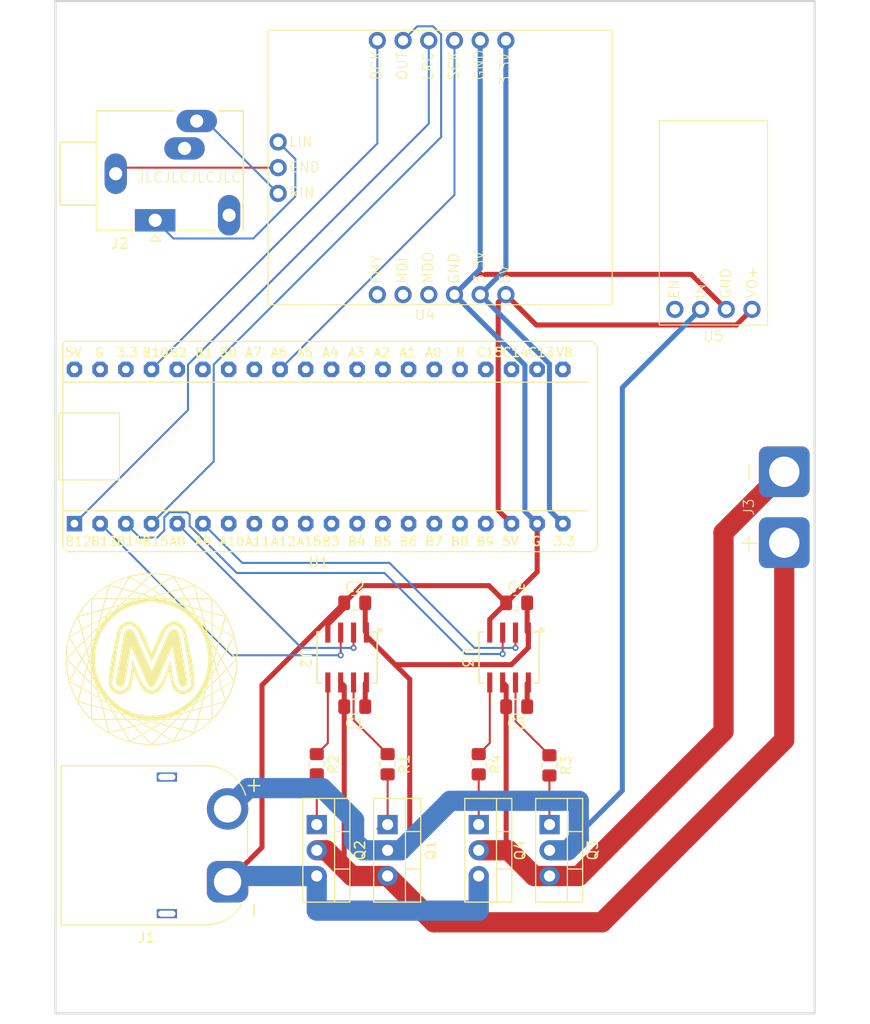
<source format=kicad_pcb>
(kicad_pcb (version 20240108) (generator "pcbnew") (generator_version "8.0")
  (layers (0 "F.Cu" signal) (31 "B.Cu" signal) (34 "B.Paste" user) (35 "F.Paste" user) (36 "B.SilkS" user "B.Silkscreen") (37 "F.SilkS" user "F.Silkscreen") (38 "B.Mask" user) (39 "F.Mask" user) (44 "Edge.Cuts" user))
  (net 0 "")
  (net 1 "/transducers_neg")
  (net 2 "Net-(U2-VB)")
  (net 3 "GND")
  (net 4 "+BATT")
  (net 5 "Net-(U3-VB)")
  (net 6 "Net-(U4-RIN)")
  (net 7 "Net-(U4-LIN)")
  (net 8 "Net-(Q1-G)")
  (net 9 "Net-(Q2-G)")
  (net 10 "/transducers_pos")
  (net 11 "Net-(Q3-G)")
  (net 12 "Net-(Q4-G)")
  (net 13 "Net-(U2-HO)")
  (net 14 "Net-(U2-LO)")
  (net 15 "Net-(U3-HO)")
  (net 16 "Net-(U3-LO)")
  (net 18 "/PB13")
  (net 27 "/PB14")
  (net 34 "/PB12")
  (net 42 "/PA8")
  (net 43 "/PB15")
  (net 46 "/PB10")
  (net 47 "+5V")
  (net 49 "/PA9")
  (net 53 "+3.3V")
  (net 55 "/PA6")
  (net 61 "Net-(J2-PadS)")
  (footprint "Capacitor_SMD:C_0805_2012Metric_Pad1.18x1.45mm_HandSolder" (layer "F.Cu") (at 95.5625 149.7 180)
    (property "Reference" "C3" (at 0 -1.68 180) (layer "F.SilkS"))
    (property "Value" "0.22uF")
    (pad "1" smd roundrect (at -1.0375 0 180) (size 1.175 1.45) (layers "F.Cu" "F.Paste" "F.Mask") (roundrect_rratio 0.212766) (net 5 "Net-(U3-VB)"))
    (pad "2" smd roundrect (at 1.0375 0 180) (size 1.175 1.45) (layers "F.Cu" "F.Paste" "F.Mask") (roundrect_rratio 0.212766) (net 10 "/transducers_pos"))
  )
  (footprint "Package_TO_SOT_THT:TO-220-3_Vertical" (layer "F.Cu") (at 82.8125 161.3475 -90)
    (property "Reference" "Q1" (at 2.54 -4.27 90) (layer "F.SilkS"))
    (property "Value" "Q_NMOS_GDS")
    (pad "1" thru_hole rect (at 0 0 270) (size 1.905 2) (drill 1.1) (layers "*.Cu" "*.Mask") (net 8 "Net-(Q1-G)"))
    (pad "2" thru_hole oval (at 2.54 0 270) (size 1.905 2) (drill 1.1) (layers "*.Cu" "*.Mask") (net 4 "+BATT"))
    (pad "3" thru_hole oval (at 5.08 0 270) (size 1.905 2) (drill 1.1) (layers "*.Cu" "*.Mask") (net 1 "/transducers_neg"))
  )
  (footprint "MountingHole:MountingHole_3.2mm_M3" (layer "F.Cu") (at 121 176)
    (property "Reference" "REF**" (hide yes))
    (property "Value" "MountingHole_3.2mm_M3")
    (pad "" np_thru_hole circle (at 0 0) (size 3.2 3.2) (drill 3.2) (layers "*.Cu" "*.Mask"))
  )
  (footprint "Resistor_SMD:R_0805_2012Metric_Pad1.20x1.40mm_HandSolder" (layer "F.Cu") (at 98.8 155.5 -90)
    (property "Reference" "R3" (at 0 -1.65 90) (layer "F.SilkS"))
    (property "Value" "1k")
    (pad "1" smd roundrect (at -1 0 270) (size 1.2 1.4) (layers "F.Cu" "F.Paste" "F.Mask") (roundrect_rratio 0.208333) (net 15 "Net-(U3-HO)"))
    (pad "2" smd roundrect (at 1 0 270) (size 1.2 1.4) (layers "F.Cu" "F.Paste" "F.Mask") (roundrect_rratio 0.208333) (net 11 "Net-(Q3-G)"))
  )
  (footprint "MountingHole:MountingHole_3.2mm_M3" (layer "F.Cu") (at 121 84)
    (property "Reference" "REF**" (hide yes))
    (property "Value" "MountingHole_3.2mm_M3")
    (pad "" np_thru_hole circle (at 0 0) (size 3.2 3.2) (drill 3.2) (layers "*.Cu" "*.Mask"))
  )
  (footprint "Package_TO_SOT_THT:TO-220-3_Vertical" (layer "F.Cu") (at 75.8125 161.3475 -90)
    (property "Reference" "Q2" (at 2.54 -4.27 90) (layer "F.SilkS"))
    (property "Value" "Q_NMOS_GDS")
    (pad "1" thru_hole rect (at 0 0 270) (size 1.905 2) (drill 1.1) (layers "*.Cu" "*.Mask") (net 9 "Net-(Q2-G)"))
    (pad "2" thru_hole oval (at 2.54 0 270) (size 1.905 2) (drill 1.1) (layers "*.Cu" "*.Mask") (net 1 "/transducers_neg"))
    (pad "3" thru_hole oval (at 5.08 0 270) (size 1.905 2) (drill 1.1) (layers "*.Cu" "*.Mask") (net 3 "GND"))
  )
  (footprint "Library:PG-DSO-8-70" (layer "F.Cu") (at 94.8125 144.8475 -90)
    (property "Reference" "U3" (at 0 4.1 -90) (layer "F.SilkS"))
    (property "Value" "2ED2103S06FXUMA1")
    (fp_text user "*" (at -2.7178 -3.556 90) (layer "F.SilkS"))
    (pad "1" smd rect (at -2.4638 -1.905 270) (size 1.9812 0.508) (layers "F.Cu" "F.Paste" "F.Mask") (net 4 "+BATT"))
    (pad "2" smd rect (at -2.4638 -0.635 270) (size 1.9812 0.508) (layers "F.Cu" "F.Paste" "F.Mask") (net 49 "/PA9"))
    (pad "3" smd rect (at -2.4638 0.635 270) (size 1.9812 0.508) (layers "F.Cu" "F.Paste" "F.Mask") (net 27 "/PB14"))
    (pad "4" smd rect (at -2.4638 1.905 270) (size 1.9812 0.508) (layers "F.Cu" "F.Paste" "F.Mask") (net 3 "GND"))
    (pad "5" smd rect (at 2.4638 1.905 270) (size 1.9812 0.508) (layers "F.Cu" "F.Paste" "F.Mask") (net 16 "Net-(U3-LO)"))
    (pad "6" smd rect (at 2.4638 0.635 270) (size 1.9812 0.508) (layers "F.Cu" "F.Paste" "F.Mask") (net 10 "/transducers_pos"))
    (pad "7" smd rect (at 2.4638 -0.635 270) (size 1.9812 0.508) (layers "F.Cu" "F.Paste" "F.Mask") (net 15 "Net-(U3-HO)"))
    (pad "8" smd rect (at 2.4638 -1.905 270) (size 1.9812 0.508) (layers "F.Cu" "F.Paste" "F.Mask") (net 5 "Net-(U3-VB)"))
  )
  (footprint "Package_TO_SOT_THT:TO-220-3_Vertical" (layer "F.Cu") (at 91.8125 161.3475 -90)
    (property "Reference" "Q4" (at 2.54 -4.0875 90) (layer "F.SilkS"))
    (property "Value" "Q_NMOS_GDS")
    (pad "1" thru_hole rect (at 0 0 270) (size 1.905 2) (drill 1.1) (layers "*.Cu" "*.Mask") (net 12 "Net-(Q4-G)"))
    (pad "2" thru_hole oval (at 2.54 0 270) (size 1.905 2) (drill 1.1) (layers "*.Cu" "*.Mask") (net 10 "/transducers_pos"))
    (pad "3" thru_hole oval (at 5.08 0 270) (size 1.905 2) (drill 1.1) (layers "*.Cu" "*.Mask") (net 3 "GND"))
  )
  (footprint "Library:DC-DC Buck" (layer "F.Cu") (at 115 112)
    (property "Reference" "U5" (at 0 1.1 0) (layer "F.SilkS") (effects (font (thickness 0.1))))
    (property "Value" "DC-DC Buck")
    (fp_text user "IN+" (at -0.7 -2.5 90) (layer "F.SilkS") (effects (font (thickness 0.1)) (justify left bottom)))
    (fp_text user "EN" (at -3.3 -2.5 90) (layer "F.SilkS") (effects (font (thickness 0.1)) (justify left bottom)))
    (fp_text user "GND" (at 1.8 -2.5 90) (layer "F.SilkS") (effects (font (thickness 0.1)) (justify left bottom)))
    (fp_text user "VO+" (at 4.4 -2.6 90) (layer "F.SilkS") (effects (font (thickness 0.1)) (justify left bottom)))
    (pad "1" thru_hole circle (at -3.81 -1.54) (size 1.7 1.7) (drill 1) (layers "*.Cu" "*.Mask"))
    (pad "2" thru_hole circle (at -1.27 -1.54) (size 1.7 1.7) (drill 1) (layers "*.Cu" "*.Mask") (net 4 "+BATT"))
    (pad "3" thru_hole circle (at 1.27 -1.54) (size 1.7 1.7) (drill 1) (layers "*.Cu" "*.Mask") (net 3 "GND"))
    (pad "4" thru_hole circle (at 3.81 -1.54) (size 1.7 1.7) (drill 1) (layers "*.Cu" "*.Mask") (net 47 "+5V"))
  )
  (footprint "Capacitor_SMD:C_0805_2012Metric_Pad1.18x1.45mm_HandSolder" (layer "F.Cu") (at 79.5625 149.7 180)
    (property "Reference" "C1" (at 0 -1.68 180) (layer "F.SilkS"))
    (property "Value" "0.22uF")
    (pad "1" smd roundrect (at -1.0375 0 180) (size 1.175 1.45) (layers "F.Cu" "F.Paste" "F.Mask") (roundrect_rratio 0.212766) (net 2 "Net-(U2-VB)"))
    (pad "2" smd roundrect (at 1.0375 0 180) (size 1.175 1.45) (layers "F.Cu" "F.Paste" "F.Mask") (roundrect_rratio 0.212766) (net 1 "/transducers_neg"))
  )
  (footprint "Library:PG-DSO-8-70" (layer "F.Cu") (at 78.8125 144.8475 -90)
    (property "Reference" "U2" (at 0 4.1 -90) (layer "F.SilkS"))
    (property "Value" "2ED2103S06FXUMA1")
    (fp_text user "*" (at -2.7178 -3.556 90) (layer "F.SilkS"))
    (pad "1" smd rect (at -2.4638 -1.905 270) (size 1.9812 0.508) (layers "F.Cu" "F.Paste" "F.Mask") (net 4 "+BATT"))
    (pad "2" smd rect (at -2.4638 -0.635 270) (size 1.9812 0.508) (layers "F.Cu" "F.Paste" "F.Mask") (net 42 "/PA8"))
    (pad "3" smd rect (at -2.4638 0.635 270) (size 1.9812 0.508) (layers "F.Cu" "F.Paste" "F.Mask") (net 18 "/PB13"))
    (pad "4" smd rect (at -2.4638 1.905 270) (size 1.9812 0.508) (layers "F.Cu" "F.Paste" "F.Mask") (net 3 "GND"))
    (pad "5" smd rect (at 2.4638 1.905 270) (size 1.9812 0.508) (layers "F.Cu" "F.Paste" "F.Mask") (net 14 "Net-(U2-LO)"))
    (pad "6" smd rect (at 2.4638 0.635 270) (size 1.9812 0.508) (layers "F.Cu" "F.Paste" "F.Mask") (net 1 "/transducers_neg"))
    (pad "7" smd rect (at 2.4638 -0.635 270) (size 1.9812 0.508) (layers "F.Cu" "F.Paste" "F.Mask") (net 13 "Net-(U2-HO)"))
    (pad "8" smd rect (at 2.4638 -1.905 270) (size 1.9812 0.508) (layers "F.Cu" "F.Paste" "F.Mask") (net 2 "Net-(U2-VB)"))
  )
  (footprint "Library:PCM1808_Module" (layer "F.Cu") (at 105 110 90)
    (property "Reference" "U4" (at -1 -18.5 0) (layer "F.SilkS") (effects (font (thickness 0.1))))
    (property "Value" "PCM1808_Module")
    (fp_text user "5V" (at 2 -10 90) (layer "F.SilkS") (effects (font (thickness 0.1)) (justify left bottom)))
    (fp_text user "MDO" (at 2 -17.62 90) (layer "F.SilkS") (effects (font (thickness 0.1)) (justify left bottom)))
    (fp_text user "GND" (at 13 -32 0) (layer "F.SilkS") (effects (font (thickness 0.1)) (justify left bottom)))
    (fp_text user "BCK" (at 22.1 -22.7 90) (layer "F.SilkS") (effects (font (thickness 0.1)) (justify left bottom)))
    (fp_text user "LRC" (at 22.1 -17.62 90) (layer "F.SilkS") (effects (font (thickness 0.1)) (justify left bottom)))
    (fp_text user "3.3V" (at 21.6 -10 90) (layer "F.SilkS") (effects (font (thickness 0.1)) (justify left bottom)))
    (fp_text user "GND" (at 22.1 -12.54 90) (layer "F.SilkS") (effects (font (thickness 0.1)) (justify left bottom)))
    (fp_text user "FMY" (at 2 -22.7 90) (layer "F.SilkS") (effects (font (thickness 0.1)) (justify left bottom)))
    (fp_text user "3.3V" (at 2 -12.54 90) (layer "F.SilkS") (effects (font (thickness 0.1)) (justify left bottom)))
    (fp_text user "GND" (at 2 -15.08 90) (layer "F.SilkS") (effects (font (thickness 0.1)) (justify left bottom)))
    (fp_text user "MDI" (at 2 -20.16 90) (layer "F.SilkS") (effects (font (thickness 0.1)) (justify left bottom)))
    (fp_text user "OUT" (at 22.1 -20.16 90) (layer "F.SilkS") (effects (font (thickness 0.1)) (justify left bottom)))
    (fp_text user "SCK" (at 22.1 -15.08 90) (layer "F.SilkS") (effects (font (thickness 0.1)) (justify left bottom)))
    (fp_text user "LIN" (at 15.5 -32 0) (layer "F.SilkS") (effects (font (thickness 0.1)) (justify left bottom)))
    (fp_text user "RIN" (at 10.5 -32 0) (layer "F.SilkS") (effects (font (thickness 0.1)) (justify left bottom)))
    (pad "1" thru_hole circle (at 1 -23.2 90) (size 1.7 1.7) (drill 1) (layers "*.Cu" "*.Mask"))
    (pad "2" thru_hole circle (at 1 -20.66 90) (size 1.7 1.7) (drill 1) (layers "*.Cu" "*.Mask"))
    (pad "3" thru_hole circle (at 1 -18.12 90) (size 1.7 1.7) (drill 1) (layers "*.Cu" "*.Mask"))
    (pad "4" thru_hole circle (at 1 -15.58 90) (size 1.7 1.7) (drill 1) (layers "*.Cu" "*.Mask") (net 3 "GND"))
    (pad "5" thru_hole circle (at 1 -13.04 90) (size 1.7 1.7) (drill 1) (layers "*.Cu" "*.Mask") (net 53 "+3.3V"))
    (pad "6" thru_hole circle (at 1 -10.5 90) (size 1.7 1.7) (drill 1) (layers "*.Cu" "*.Mask") (net 47 "+5V"))
    (pad "7" thru_hole circle (at 26.1 -23.2 90) (size 1.7 1.7) (drill 1) (layers "*.Cu" "*.Mask") (net 46 "/PB10"))
    (pad "8" thru_hole circle (at 26.1 -20.66 90) (size 1.7 1.7) (drill 1) (layers "*.Cu" "*.Mask") (net 43 "/PB15"))
    (pad "9" thru_hole circle (at 26.1 -18.12 90) (size 1.7 1.7) (drill 1) (layers "*.Cu" "*.Mask") (net 34 "/PB12"))
    (pad "10" thru_hole circle (at 26.1 -15.58 90) (size 1.7 1.7) (drill 1) (layers "*.Cu" "*.Mask") (net 55 "/PA6"))
    (pad "11" thru_hole circle (at 26.1 -13.04 90) (size 1.7 1.7) (drill 1) (layers "*.Cu" "*.Mask") (net 3 "GND"))
    (pad "12" thru_hole circle (at 26.1 -10.5 90) (size 1.7 1.7) (drill 1) (layers "*.Cu" "*.Mask") (net 53 "+3.3V"))
    (pad "13" thru_hole circle (at 11 -33 90) (size 1.7 1.7) (drill 1) (layers "*.Cu" "*.Mask") (net 6 "Net-(U4-RIN)"))
    (pad "14" thru_hole circle (at 13.54 -33 90) (size 1.7 1.7) (drill 1) (layers "*.Cu" "*.Mask") (net 61 "Net-(J2-PadS)"))
    (pad "15" thru_hole circle (at 16.08 -33 90) (size 1.7 1.7) (drill 1) (layers "*.Cu" "*.Mask") (net 7 "Net-(U4-LIN)"))
  )
  (footprint "LOGO" (layer "F.Cu") (at 59.5 145)
    (property "Reference" "G***" (hide yes))
    (property "Value" "LOGO" (hide yes))
  )
  (footprint "Capacitor_SMD:C_0805_2012Metric_Pad1.18x1.45mm_HandSolder" (layer "F.Cu") (at 95.5625 139.45 180)
    (property "Reference" "C4" (at -0.0375 1.55 180) (layer "F.SilkS"))
    (property "Value" "1uF")
    (pad "1" smd roundrect (at -1.0375 0 180) (size 1.175 1.45) (layers "F.Cu" "F.Paste" "F.Mask") (roundrect_rratio 0.212766) (net 4 "+BATT"))
    (pad "2" smd roundrect (at 1.0375 0 180) (size 1.175 1.45) (layers "F.Cu" "F.Paste" "F.Mask") (roundrect_rratio 0.212766) (net 3 "GND"))
  )
  (footprint "Connector_AMASS:AMASS_XT60PW-M_1x02_P7.20mm_Horizontal" (layer "F.Cu") (at 67 167 90)
    (property "Reference" "J1" (at -5.5 -8 0) (layer "F.SilkS"))
    (property "Value" "XT60 Power")
    (fp_text user "+" (at 9.5 2.5 -90) (layer "F.SilkS") (effects (font (size 1.5 1.5))))
    (fp_text user "-" (at -2.8 2.5 -90) (layer "F.SilkS") (effects (font (size 1.5 1.5))))
    (pad "" thru_hole rect (at -3.15 -6 90) (size 0.9 2) (drill oval 0.6 1.7) (layers "*.Cu" "*.Mask"))
    (pad "" thru_hole rect (at 10.35 -6 90) (size 0.9 2) (drill oval 0.6 1.7) (layers "*.Cu" "*.Mask"))
    (pad "1" thru_hole roundrect (at 0 0 90) (size 4.1 4.1) (drill 2.7) (layers "*.Cu" "*.Mask") (net 3 "GND"))
    (pad "2" thru_hole circle (at 7.2 0 90) (size 4.1 4.1) (drill 2.7) (layers "*.Cu" "*.Mask") (net 4 "+BATT"))
  )
  (footprint "MountingHole:MountingHole_3.2mm_M3" (layer "F.Cu") (at 54 176)
    (property "Reference" "REF**" (hide yes))
    (property "Value" "MountingHole_3.2mm_M3")
    (pad "" np_thru_hole circle (at 0 0) (size 3.2 3.2) (drill 3.2) (layers "*.Cu" "*.Mask"))
  )
  (footprint "Resistor_SMD:R_0805_2012Metric_Pad1.20x1.40mm_HandSolder" (layer "F.Cu") (at 91.8125 155.3875 -90)
    (property "Reference" "R4" (at 0 -1.65 90) (layer "F.SilkS"))
    (property "Value" "1k")
    (pad "1" smd roundrect (at -1 0 270) (size 1.2 1.4) (layers "F.Cu" "F.Paste" "F.Mask") (roundrect_rratio 0.208333) (net 16 "Net-(U3-LO)"))
    (pad "2" smd roundrect (at 1 0 270) (size 1.2 1.4) (layers "F.Cu" "F.Paste" "F.Mask") (roundrect_rratio 0.208333) (net 12 "Net-(Q4-G)"))
  )
  (footprint "Capacitor_SMD:C_0805_2012Metric_Pad1.18x1.45mm_HandSolder" (layer "F.Cu") (at 79.5625 139.45 180)
    (property "Reference" "C2" (at 0 1.55 180) (layer "F.SilkS"))
    (property "Value" "1uF")
    (pad "1" smd roundrect (at -1.0375 0 180) (size 1.175 1.45) (layers "F.Cu" "F.Paste" "F.Mask") (roundrect_rratio 0.212766) (net 4 "+BATT"))
    (pad "2" smd roundrect (at 1.0375 0 180) (size 1.175 1.45) (layers "F.Cu" "F.Paste" "F.Mask") (roundrect_rratio 0.212766) (net 3 "GND"))
  )
  (footprint "Library:Power_Pads" (layer "F.Cu") (at 122 130 -90)
    (property "Reference" "J3" (at 0 3.5 90) (layer "F.SilkS") (effects (font (thickness 0.1))))
    (property "Value" "Driver Board Pads")
    (fp_text user "-" (at -4.75 4.5 -90) (layer "F.SilkS") (effects (font (size 2 2) (thickness 0.1)) (justify left bottom)))
    (fp_text user "+" (at 2.25 4.5 -90) (layer "F.SilkS") (effects (font (size 2 2) (thickness 0.1)) (justify left bottom)))
    (pad "1" thru_hole roundrect (at -3.5 0 270) (size 5 5) (drill 3) (layers "*.Cu" "*.Mask") (roundrect_rratio 0.15) (net 10 "/transducers_pos"))
    (pad "2" thru_hole roundrect (at 3.5 0 270) (size 5 5) (drill 3) (layers "*.Cu" "*.Mask") (roundrect_rratio 0.15) (net 1 "/transducers_neg"))
  )
  (footprint "Package_TO_SOT_THT:TO-220-3_Vertical" (layer "F.Cu") (at 98.8125 161.3475 -90)
    (property "Reference" "Q3" (at 2.54 -4.27 90) (layer "F.SilkS"))
    (property "Value" "Q_NMOS_GDS")
    (pad "1" thru_hole rect (at 0 0 270) (size 1.905 2) (drill 1.1) (layers "*.Cu" "*.Mask") (net 11 "Net-(Q3-G)"))
    (pad "2" thru_hole oval (at 2.54 0 270) (size 1.905 2) (drill 1.1) (layers "*.Cu" "*.Mask") (net 4 "+BATT"))
    (pad "3" thru_hole oval (at 5.08 0 270) (size 1.905 2) (drill 1.1) (layers "*.Cu" "*.Mask") (net 10 "/transducers_pos"))
  )
  (footprint "Connector_Audio:Jack_3.5mm_Ledino_KB3SPRS_Horizontal" (layer "F.Cu") (at 59.85 101.6575)
    (property "Reference" "J2" (at -3.5 2.3 0) (layer "F.SilkS"))
    (property "Value" "AudioJack3_SwitchTR")
    (pad "R" thru_hole oval (at 4.1 -9.8) (size 4 2.2) (drill 1.3) (layers "*.Cu" "*.Mask") (net 6 "Net-(U4-RIN)"))
    (pad "RN" thru_hole oval (at 2.9 -7.1) (size 4 2.2) (drill 1.3) (layers "*.Cu" "*.Mask"))
    (pad "S" thru_hole oval (at -3.9 -4.6) (size 2.2 4) (drill 1.3) (layers "*.Cu" "*.Mask") (net 61 "Net-(J2-PadS)"))
    (pad "T" thru_hole rect (at 0 0) (size 4 2.2) (drill 1.3) (layers "*.Cu" "*.Mask") (net 7 "Net-(U4-LIN)"))
    (pad "TN" thru_hole oval (at 7.3 -0.5 90) (size 4 2.2) (drill 1.3) (layers "*.Cu" "*.Mask"))
  )
  (footprint "MountingHole:MountingHole_3.2mm_M3" (layer "F.Cu") (at 54 84)
    (property "Reference" "REF**" (hide yes))
    (property "Value" "MountingHole_3.2mm_M3")
    (pad "" np_thru_hole circle (at 0 0) (size 3.2 3.2) (drill 3.2) (layers "*.Cu" "*.Mask"))
  )
  (footprint "Resistor_SMD:R_0805_2012Metric_Pad1.20x1.40mm_HandSolder" (layer "F.Cu") (at 75.8125 155.3875 -90)
    (property "Reference" "R2" (at 0 -1.65 90) (layer "F.SilkS"))
    (property "Value" "1k")
    (pad "1" smd roundrect (at -1 0 270) (size 1.2 1.4) (layers "F.Cu" "F.Paste" "F.Mask") (roundrect_rratio 0.208333) (net 14 "Net-(U2-LO)"))
    (pad "2" smd roundrect (at 1 0 270) (size 1.2 1.4) (layers "F.Cu" "F.Paste" "F.Mask") (roundrect_rratio 0.208333) (net 9 "Net-(Q2-G)"))
  )
  (footprint "Resistor_SMD:R_0805_2012Metric_Pad1.20x1.40mm_HandSolder" (layer "F.Cu") (at 82.8125 155.3875 -90)
    (property "Reference" "R1" (at 0 -1.65 90) (layer "F.SilkS"))
    (property "Value" "1k")
    (pad "1" smd roundrect (at -1 0 270) (size 1.2 1.4) (layers "F.Cu" "F.Paste" "F.Mask") (roundrect_rratio 0.208333) (net 13 "Net-(U2-HO)"))
    (pad "2" smd roundrect (at 1 0 270) (size 1.2 1.4) (layers "F.Cu" "F.Paste" "F.Mask") (roundrect_rratio 0.208333) (net 8 "Net-(Q1-G)"))
  )
  (footprint "Library:STM32F411_Black_Pill" (layer "F.Cu") (at 76 124 90)
    (property "Reference" "U1" (at -11.5 0 0) (layer "F.SilkS"))
    (property "Value" "STM32F411 BlackPill")
    (fp_text user "A7" (at 8.763 -7.366 0) (layer "F.SilkS") (effects (font (size 0.9 0.9)) (justify left bottom)))
    (fp_text user "B3" (at -9.906 0.254 0) (layer "F.SilkS") (effects (font (size 0.9 0.9)) (justify left bottom)))
    (fp_text user "C14" (at 8.763 18.034 0) (layer "F.SilkS") (effects (font (size 0.9 0.9)) (justify left bottom)))
    (fp_text user "C13" (at 8.763 20.574 0) (layer "F.SilkS") (effects (font (size 0.9 0.9)) (justify left bottom)))
    (fp_text user "B7" (at -9.906 10.414 0) (layer "F.SilkS") (effects (font (size 0.9 0.9)) (justify left bottom)))
    (fp_text user "A9" (at -9.906 -12.319 0) (layer "F.SilkS") (effects (font (size 0.9 0.9)) (justify left bottom)))
    (fp_text user "B4" (at -9.906 2.794 0) (layer "F.SilkS") (effects (font (size 0.9 0.9)) (justify left bottom)))
    (fp_text user "G" (at -9.906 20.955 0) (layer "F.SilkS") (effects (font (size 0.9 0.9)) (justify left bottom)))
    (fp_text user "A11" (at -9.906 -7.366 0) (layer "F.SilkS") (effects (font (size 0.9 0.9)) (justify left bottom)))
    (fp_text user "5V" (at 8.763 -25.146 0) (layer "F.SilkS") (effects (font (size 0.9 0.9)) (justify left bottom)))
    (fp_text user "C15" (at 8.763 15.494 0) (layer "F.SilkS") (effects (font (size 0.9 0.9)) (justify left bottom)))
    (fp_text user "VB" (at 8.763 23.368 0) (layer "F.SilkS") (effects (font (size 0.9 0.9)) (justify left bottom)))
    (fp_text user "B6" (at -9.906 7.874 0) (layer "F.SilkS") (effects (font (size 0.9 0.9)) (justify left bottom)))
    (fp_text user "R" (at 8.763 13.462 0) (layer "F.SilkS") (effects (font (size 0.9 0.9)) (justify left bottom)))
    (fp_text user "B10" (at 8.763 -17.526 0) (layer "F.SilkS") (effects (font (size 0.9 0.9)) (justify left bottom)))
    (fp_text user "A2" (at 8.763 5.334 0) (layer "F.SilkS") (effects (font (size 0.9 0.9)) (justify left bottom)))
    (fp_text user "A0" (at 8.763 10.414 0) (layer "F.SilkS") (effects (font (size 0.9 0.9)) (justify left bottom)))
    (fp_text user "B12" (at -9.906 -25.146 0) (layer "F.SilkS") (effects (font (size 0.9 0.9)) (justify left bottom)))
    (fp_text user "A6" (at 8.763 -4.826 0) (layer "F.SilkS") (effects (font (size 0.9 0.9)) (justify left bottom)))
    (fp_text user "A3" (at 8.763 2.794 0) (layer "F.SilkS") (effects (font (size 0.9 0.9)) (justify left bottom)))
    (fp_text user "B1" (at 8.763 -12.319 0) (layer "F.SilkS") (effects (font (size 0.9 0.9)) (justify left bottom)))
    (fp_text user "5V" (at -9.906 18.034 0) (layer "F.SilkS") (effects (font (size 0.9 0.9)) (justify left bottom)))
    (fp_text user "B9" (at -9.906 15.494 0) (layer "F.SilkS") (effects (font (size 0.9 0.9)) (justify left bottom)))
    (fp_text user "B2" (at 8.763 -14.859 0) (layer "F.SilkS") (effects (font (size 0.9 0.9)) (justify left bottom)))
    (fp_text user "A10" (at -9.906 -9.906 0) (layer "F.SilkS") (effects (font (size 0.9 0.9)) (justify left bottom)))
    (fp_text user "A4" (at 8.763 0.254 0) (layer "F.SilkS") (effects (font (size 0.9 0.9)) (justify left bottom)))
    (fp_text user "B5" (at -9.906 5.334 0) (layer "F.SilkS") (effects (font (size 0.9 0.9)) (justify left bottom)))
    (fp_text user "A5" (at 8.763 -2.286 0) (layer "F.SilkS") (effects (font (size 0.9 0.9)) (justify left bottom)))
    (fp_text user "B14" (at -9.906 -20.066 0) (layer "F.SilkS") (effects (font (size 0.9 0.9)) (justify left bottom)))
    (fp_text user "3.3" (at -9.906 23.114 0) (layer "F.SilkS") (effects (font (size 0.9 0.9)) (justify left bottom)))
    (fp_text user "3.3" (at 8.763 -20.066 0) (layer "F.SilkS") (effects (font (size 0.9 0.9)) (justify left bottom)))
    (fp_text user "B0" (at 8.763 -9.906 0) (layer "F.SilkS") (effects (font (size 0.9 0.9)) (justify left bottom)))
    (fp_text user "A8" (at -9.906 -14.859 0) (layer "F.SilkS") (effects (font (size 0.9 0.9)) (justify left bottom)))
    (fp_text user "A15" (at -9.906 -2.286 0) (layer "F.SilkS") (effects (font (size 0.9 0.9)) (justify left bottom)))
    (fp_text user "B8" (at -9.906 12.954 0) (layer "F.SilkS") (effects (font (size 0.9 0.9)) (justify left bottom)))
    (fp_text user "B13" (at -9.906 -22.606 0) (layer "F.SilkS") (effects (font (size 0.9 0.9)) (justify left bottom)))
    (fp_text user "B15" (at -9.906 -17.526 0) (layer "F.SilkS") (effects (font (size 0.9 0.9)) (justify left bottom)))
    (fp_text user "A1" (at 8.763 7.874 0) (layer "F.SilkS") (effects (font (size 0.9 0.9)) (justify left bottom)))
    (fp_text user "G" (at 8.763 -22.225 0) (layer "F.SilkS") (effects (font (size 0.9 0.9)) (justify left bottom)))
    (fp_text user "A12" (at -9.906 -4.826 0) (layer "F.SilkS") (effects (font (size 0.9 0.9)) (justify left bottom)))
    (pad "1" thru_hole roundrect (at -7.62 -24.13 90) (size 1.524 1.524) (drill 0.762) (layers "*.Cu" "*.Mask") (roundrect_rratio 0) (chamfer_ratio 0.2) (chamfer) (net 34 "/PB12"))
    (pad "2" thru_hole roundrect (at -7.62 -21.59 90) (size 1.524 1.524) (drill 0.762) (layers "*.Cu" "*.Mask") (roundrect_rratio 0) (chamfer_ratio 0.27) (chamfer top_left top_right bottom_left bottom_right) (net 18 "/PB13"))
    (pad "3" thru_hole roundrect (at -7.62 -19.05 90) (size 1.524 1.524) (drill 0.762) (layers "*.Cu" "*.Mask") (roundrect_rratio 0) (chamfer_ratio 0.27) (chamfer top_left top_right bottom_left bottom_right) (net 27 "/PB14"))
    (pad "4" thru_hole roundrect (at -7.62 -16.51 90) (size 1.524 1.524) (drill 0.762) (layers "*.Cu" "*.Mask") (roundrect_rratio 0) (chamfer_ratio 0.27) (chamfer top_left top_right bottom_left bottom_right) (net 43 "/PB15"))
    (pad "5" thru_hole roundrect (at -7.62 -13.97 90) (size 1.524 1.524) (drill 0.762) (layers "*.Cu" "*.Mask") (roundrect_rratio 0) (chamfer_ratio 0.27) (chamfer top_left top_right bottom_left bottom_right) (net 42 "/PA8"))
    (pad "6" thru_hole roundrect (at -7.62 -11.43 90) (size 1.524 1.524) (drill 0.762) (layers "*.Cu" "*.Mask") (roundrect_rratio 0) (chamfer_ratio 0.27) (chamfer top_left top_right bottom_left bottom_right) (net 49 "/PA9"))
    (pad "7" thru_hole roundrect (at -7.62 -8.89 90) (size 1.524 1.524) (drill 0.762) (layers "*.Cu" "*.Mask") (roundrect_rratio 0) (chamfer_ratio 0.27) (chamfer top_left top_right bottom_left bottom_right))
    (pad "8" thru_hole roundrect (at -7.62 -6.35 90) (size 1.524 1.524) (drill 0.762) (layers "*.Cu" "*.Mask") (roundrect_rratio 0) (chamfer_ratio 0.27) (chamfer top_left top_right bottom_left bottom_right))
    (pad "9" thru_hole roundrect (at -7.62 -3.81 90) (size 1.524 1.524) (drill 0.762) (layers "*.Cu" "*.Mask") (roundrect_rratio 0) (chamfer_ratio 0.27) (chamfer top_left top_right bottom_left bottom_right))
    (pad "10" thru_hole roundrect (at -7.62 -1.27 90) (size 1.524 1.524) (drill 0.762) (layers "*.Cu" "*.Mask") (roundrect_rratio 0) (chamfer_ratio 0.27) (chamfer top_left top_right bottom_left bottom_right))
    (pad "11" thru_hole roundrect (at -7.62 1.27 90) (size 1.524 1.524) (drill 0.762) (layers "*.Cu" "*.Mask") (roundrect_rratio 0) (chamfer_ratio 0.27) (chamfer top_left top_right bottom_left bottom_right))
    (pad "12" thru_hole roundrect (at -7.62 3.81 90) (size 1.524 1.524) (drill 0.762) (layers "*.Cu" "*.Mask") (roundrect_rratio 0) (chamfer_ratio 0.27) (chamfer top_left top_right bottom_left bottom_right))
    (pad "13" thru_hole roundrect (at -7.62 6.35 90) (size 1.524 1.524) (drill 0.762) (layers "*.Cu" "*.Mask") (roundrect_rratio 0) (chamfer_ratio 0.27) (chamfer top_left top_right bottom_left bottom_right))
    (pad "14" thru_hole roundrect (at -7.62 8.89 90) (size 1.524 1.524) (drill 0.762) (layers "*.Cu" "*.Mask") (roundrect_rratio 0) (chamfer_ratio 0.27) (chamfer top_left top_right bottom_left bottom_right))
    (pad "15" thru_hole roundrect (at -7.62 11.43 90) (size 1.524 1.524) (drill 0.762) (layers "*.Cu" "*.Mask") (roundrect_rratio 0) (chamfer_ratio 0.27) (chamfer top_left top_right bottom_left bottom_right))
    (pad "16" thru_hole roundrect (at -7.62 13.97 90) (size 1.524 1.524) (drill 0.762) (layers "*.Cu" "*.Mask") (roundrect_rratio 0) (chamfer_ratio 0.27) (chamfer top_left top_right bottom_left bottom_right))
    (pad "17" thru_hole roundrect (at -7.62 16.51 90) (size 1.524 1.524) (drill 0.762) (layers "*.Cu" "*.Mask") (roundrect_rratio 0) (chamfer_ratio 0.27) (chamfer top_left top_right bottom_left bottom_right))
    (pad "18" thru_hole roundrect (at -7.62 19.05 90) (size 1.524 1.524) (drill 0.762) (layers "*.Cu" "*.Mask") (roundrect_rratio 0) (chamfer_ratio 0.27) (chamfer top_left top_right bottom_left bottom_right) (net 47 "+5V"))
    (pad "19" thru_hole roundrect (at -7.62 21.59 90) (size 1.524 1.524) (drill 0.762) (layers "*.Cu" "*.Mask") (roundrect_rratio 0) (chamfer_ratio 0.27) (chamfer top_left top_right bottom_left bottom_right) (net 3 "GND"))
    (pad "20" thru_hole roundrect (at -7.62 24.13 90) (size 1.524 1.524) (drill 0.762) (layers "*.Cu" "*.Mask") (roundrect_rratio 0) (chamfer_ratio 0.27) (chamfer top_left top_right bottom_left bottom_right) (net 53 "+3.3V"))
    (pad "21" thru_hole roundrect (at 7.62 24.13 90) (size 1.524 1.524) (drill 0.762) (layers "*.Cu" "*.Mask") (roundrect_rratio 0) (chamfer_ratio 0.27) (chamfer top_left top_right bottom_left bottom_right))
    (pad "22" thru_hole roundrect (at 7.62 21.59 90) (size 1.524 1.524) (drill 0.762) (layers "*.Cu" "*.Mask") (roundrect_rratio 0) (chamfer_ratio 0.27) (chamfer top_left top_right bottom_left bottom_right))
    (pad "23" thru_hole roundrect (at 7.62 19.05 90) (size 1.524 1.524) (drill 0.762) (layers "*.Cu" "*.Mask") (roundrect_rratio 0) (chamfer_ratio 0.27) (chamfer top_left top_right bottom_left bottom_right))
    (pad "24" thru_hole roundrect (at 7.62 16.51 90) (size 1.524 1.524) (drill 0.762) (layers "*.Cu" "*.Mask") (roundrect_rratio 0) (chamfer_ratio 0.27) (chamfer top_left top_right bottom_left bottom_right))
    (pad "25" thru_hole roundrect (at 7.62 13.97 90) (size 1.524 1.524) (drill 0.762) (layers "*.Cu" "*.Mask") (roundrect_rratio 0) (chamfer_ratio 0.27) (chamfer top_left top_right bottom_left bottom_right))
    (pad "26" thru_hole roundrect (at 7.62 11.43 90) (size 1.524 1.524) (drill 0.762) (layers "*.Cu" "*.Mask") (roundrect_rratio 0) (chamfer_ratio 0.27) (chamfer top_left top_right bottom_left bottom_right))
    (pad "27" thru_hole roundrect (at 7.62 8.89 90) (size 1.524 1.524) (drill 0.762) (layers "*.Cu" "*.Mask") (roundrect_rratio 0) (chamfer_ratio 0.27) (chamfer top_left top_right bottom_left bottom_right))
    (pad "28" thru_hole roundrect (at 7.62 6.35 90) (size 1.524 1.524) (drill 0.762) (layers "*.Cu" "*.Mask") (roundrect_rratio 0) (chamfer_ratio 0.27) (chamfer top_left top_right bottom_left bottom_right))
    (pad "29" thru_hole roundrect (at 7.62 3.81 90) (size 1.524 1.524) (drill 0.762) (layers "*.Cu" "*.Mask") (roundrect_rratio 0) (chamfer_ratio 0.27) (chamfer top_left top_right bottom_left bottom_right))
    (pad "30" thru_hole roundrect (at 7.62 1.27 90) (size 1.524 1.524) (drill 0.762) (layers "*.Cu" "*.Mask") (roundrect_rratio 0) (chamfer_ratio 0.27) (chamfer top_left top_right bottom_left bottom_right))
    (pad "31" thru_hole roundrect (at 7.62 -1.27 90) (size 1.524 1.524) (drill 0.762) (layers "*.Cu" "*.Mask") (roundrect_rratio 0) (chamfer_ratio 0.27) (chamfer top_left top_right bottom_left bottom_right))
    (pad "32" thru_hole roundrect (at 7.62 -3.81 90) (size 1.524 1.524) (drill 0.762) (layers "*.Cu" "*.Mask") (roundrect_rratio 0) (chamfer_ratio 0.27) (chamfer top_left top_right bottom_left bottom_right) (net 55 "/PA6"))
    (pad "33" thru_hole roundrect (at 7.62 -6.35 90) (size 1.524 1.524) (drill 0.762) (layers "*.Cu" "*.Mask") (roundrect_rratio 0) (chamfer_ratio 0.27) (chamfer top_left top_right bottom_left bottom_right))
    (pad "34" thru_hole roundrect (at 7.62 -8.89 90) (size 1.524 1.524) (drill 0.762) (layers "*.Cu" "*.Mask") (roundrect_rratio 0) (chamfer_ratio 0.27) (chamfer top_left top_right bottom_left bottom_right))
    (pad "35" thru_hole roundrect (at 7.62 -11.43 90) (size 1.524 1.524) (drill 0.762) (layers "*.Cu" "*.Mask") (roundrect_rratio 0) (chamfer_ratio 0.27) (chamfer top_left top_right bottom_left bottom_right))
    (pad "36" thru_hole roundrect (at 7.62 -13.97 90) (size 1.524 1.524) (drill 0.762) (layers "*.Cu" "*.Mask") (roundrect_rratio 0) (chamfer_ratio 0.27) (chamfer top_left top_right bottom_left bottom_right))
    (pad "37" thru_hole roundrect (at 7.62 -16.51 90) (size 1.524 1.524) (drill 0.762) (layers "*.Cu" "*.Mask") (roundrect_rratio 0) (chamfer_ratio 0.27) (chamfer top_left top_right bottom_left bottom_right) (net 46 "/PB10"))
    (pad "38" thru_hole roundrect (at 7.62 -19.05 90) (size 1.524 1.524) (drill 0.762) (layers "*.Cu" "*.Mask") (roundrect_rratio 0) (chamfer_ratio 0.27) (chamfer top_left top_right bottom_left bottom_right))
    (pad "39" thru_hole roundrect (at 7.62 -21.59 90) (size 1.524 1.524) (drill 0.762) (layers "*.Cu" "*.Mask") (roundrect_rratio 0) (chamfer_ratio 0.27) (chamfer top_left top_right bottom_left bottom_right))
    (pad "40" thru_hole roundrect (at 7.62 -24.13 90) (size 1.524 1.524) (drill 0.762) (layers "*.Cu" "*.Mask") (roundrect_rratio 0) (chamfer_ratio 0.27) (chamfer top_left top_right bottom_left bottom_right))
  )
  (gr_rect (start 50 80) (end 125 180) (stroke (width 0.2)) (fill none) (layer "Edge.Cuts"))
  (gr_text "JLCJLCJLCJLC" (at 58 98 0) (layer "F.SilkS") (effects (font (size 1 1) (thickness 0.1)) (justify left bottom)))
  (segment (start 76.75 163.8875) (end 79.29 166.4275) (width 2) (layer "F.Cu") (net 1))
  (segment (start 104 171) (end 87.385 171) (width 2) (layer "F.Cu") (net 1))
  (segment (start 78.525 149.7) (end 78.525 147.6588) (width 0.5) (layer "F.Cu") (net 1))
  (segment (start 122 133.5) (end 122 153) (width 2) (layer "F.Cu") (net 1))
  (segment (start 122 153) (end 104 171) (width 2) (layer "F.Cu") (net 1))
  (segment (start 78.525 165.6625) (end 79.29 166.4275) (width 0.5) (layer "F.Cu") (net 1))
  (segment (start 79.29 166.4275) (end 82.8125 166.4275) (width 2) (layer "F.Cu") (net 1))
  (segment (start 78.525 147.6588) (end 78.1775 147.3113) (width 0.5) (layer "F.Cu") (net 1))
  (segment (start 87.385 171) (end 82.8125 166.4275) (width 2) (layer "F.Cu") (net 1))
  (segment (start 78.525 149.7) (end 78.525 165.6625) (width 0.5) (layer "F.Cu") (net 1))
  (segment (start 75.8125 163.8875) (end 76.75 163.8875) (width 2) (layer "F.Cu") (net 1))
  (segment (start 80.6 147.4288) (end 80.7175 147.3113) (width 0.5) (layer "F.Cu") (net 2))
  (segment (start 80.6 149.7) (end 80.6 147.4288) (width 0.5) (layer "F.Cu") (net 2))
  (segment (start 78.525 139.45) (end 80.225 137.75) (width 0.5) (layer "F.Cu") (net 3))
  (segment (start 78.525 139.95) (end 76.9075 141.5675) (width 0.5) (layer "F.Cu") (net 3))
  (segment (start 112.81 107) (end 91.42 107) (width 0.5) (layer "F.Cu") (net 3))
  (segment (start 70.4 147.575) (end 70.4 163.6) (width 0.5) (layer "F.Cu") (net 3))
  (segment (start 76.9075 141.5675) (end 76.9075 142.3837) (width 0.5) (layer "F.Cu") (net 3))
  (segment (start 80.225 137.75) (end 92.825 137.75) (width 0.5) (layer "F.Cu") (net 3))
  (segment (start 92.825 137.75) (end 94.525 139.45) (width 0.5) (layer "F.Cu") (net 3))
  (segment (start 94.525 139.45) (end 92.9075 141.0675) (width 0.5) (layer "F.Cu") (net 3))
  (segment (start 97.59 136.385) (end 94.525 139.45) (width 0.5) (layer "F.Cu") (net 3))
  (segment (start 78.525 139.45) (end 70.4 147.575) (width 0.5) (layer "F.Cu") (net 3))
  (segment (start 91.42 107) (end 89.42 109) (width 0.5) (layer "F.Cu") (net 3))
  (segment (start 92.9075 141.0675) (end 92.9075 142.3837) (width 0.5) (layer "F.Cu") (net 3))
  (segment (start 70.4 163.6) (end 67 167) (width 0.5) (layer "F.Cu") (net 3))
  (segment (start 116.27 110.46) (end 112.81 107) (width 0.5) (layer "F.Cu") (net 3))
  (segment (start 97.59 131.62) (end 97.59 136.385) (width 0.5) (layer "F.Cu") (net 3))
  (segment (start 96.378 115.958) (end 96.378 130.408) (width 0.5) (layer "B.Cu") (net 3))
  (segment (start 91.96 106.46) (end 89.42 109) (width 0.5) (layer "B.Cu") (net 3))
  (segment (start 75.8125 166.4275) (end 67.5725 166.4275) (width 2) (layer "B.Cu") (net 3))
  (segment (start 96.378 130.408) (end 97.59 131.62) (width 0.5) (layer "B.Cu") (net 3))
  (segment (start 89.42 109) (end 96.378 115.958) (width 0.5) (layer "B.Cu") (net 3))
  (segment (start 75.8125 169.8475) (end 75.8125 166.4275) (width 2) (layer "B.Cu") (net 3))
  (segment (start 91.8125 166.4275) (end 91.8125 169.8475) (width 2) (layer "B.Cu") (net 3))
  (segment (start 67.5725 166.4275) (end 67 167) (width 2) (layer "B.Cu") (net 3))
  (segment (start 91.96 83.9) (end 91.96 106.46) (width 0.5) (layer "B.Cu") (net 3))
  (segment (start 91.8125 169.8475) (end 75.8125 169.8475) (width 2) (layer "B.Cu") (net 3))
  (segment (start 80.6 142.2662) (end 80.7175 142.3837) (width 0.5) (layer "F.Cu") (net 4))
  (segment (start 95.0418 145.55) (end 96.7175 143.8743) (width 0.5) (layer "F.Cu") (net 4))
  (segment (start 80.7175 142.7175) (end 81 143) (width 0.5) (layer "F.Cu") (net 4))
  (segment (start 85 147) (end 85 162.0125) (width 0.5) (layer "F.Cu") (net 4))
  (segment (start 96.7175 143.8743) (end 96.7175 142.3837) (width 0.5) (layer "F.Cu") (net 4))
  (segment (start 96.6 139.45) (end 96.6 142.2662) (width 0.5) (layer "F.Cu") (net 4))
  (segment (start 85 162.0125) (end 83.125 163.8875) (width 0.5) (layer "F.Cu") (net 4))
  (segment (start 96.6 142.2662) (end 96.7175 142.3837) (width 0.5) (layer "F.Cu") (net 4))
  (segment (start 80.7175 142.3837) (end 80.7175 142.7175) (width 0.5) (layer "F.Cu") (net 4))
  (segment (start 83.125 163.8875) (end 82.8125 163.8875) (width 0.5) (layer "F.Cu") (net 4))
  (segment (start 80.6 139.95) (end 80.6 142.2662) (width 0.5) (layer "F.Cu") (net 4))
  (segment (start 83.55 145.55) (end 95.0418 145.55) (width 0.5) (layer "F.Cu") (net 4))
  (segment (start 81 143) (end 83.55 145.55) (width 0.5) (layer "F.Cu") (net 4))
  (segment (start 81 143) (end 85 147) (width 0.5) (layer "F.Cu") (net 4))
  (segment (start 84.1125 163.8875) (end 82.8125 163.8875) (width 2) (layer "B.Cu") (net 4))
  (segment (start 67 159.8) (end 69.049999 157.750001) (width 2) (layer "B.Cu") (net 4))
  (segment (start 76.362501 157.750001) (end 79.5 160.8875) (width 2) (layer "B.Cu") (net 4))
  (segment (start 101.7 159) (end 89 159) (width 2) (layer "B.Cu") (net 4))
  (segment (start 101.7 162.8125) (end 101.7 159) (width 2) (layer "B.Cu") (net 4))
  (segment (start 100.625 163.8875) (end 101.7 162.8125) (width 2) (layer "B.Cu") (net 4))
  (segment (start 80.3875 163.8875) (end 82.8125 163.8875) (width 2) (layer "B.Cu") (net 4))
  (segment (start 100.1125 163.8875) (end 98.8125 163.8875) (width 0.5) (layer "B.Cu") (net 4))
  (segment (start 113.73 110.46) (end 106 118.19) (width 0.5) (layer "B.Cu") (net 4))
  (segment (start 98.8125 163.8875) (end 100.625 163.8875) (width 2) (layer "B.Cu") (net 4))
  (segment (start 69.049999 157.750001) (end 76.362501 157.750001) (width 2) (layer "B.Cu") (net 4))
  (segment (start 106 118.19) (end 106 158) (width 0.5) (layer "B.Cu") (net 4))
  (segment (start 79.5 160.8875) (end 79.5 163) (width 2) (layer "B.Cu") (net 4))
  (segment (start 106 158) (end 100.1125 163.8875) (width 0.5) (layer "B.Cu") (net 4))
  (segment (start 79.5 163) (end 80.3875 163.8875) (width 2) (layer "B.Cu") (net 4))
  (segment (start 89 159) (end 84.1125 163.8875) (width 2) (layer "B.Cu") (net 4))
  (segment (start 96.6 147.4288) (end 96.7175 147.3113) (width 0.5) (layer "F.Cu") (net 5))
  (segment (start 96.6 149.7) (end 96.6 147.4288) (width 0.5) (layer "F.Cu") (net 5))
  (segment (start 63.95 91.8575) (end 64.8575 91.8575) (width 0.2) (layer "B.Cu") (net 6))
  (segment (start 64.8575 91.8575) (end 72 99) (width 0.2) (layer "B.Cu") (net 6))
  (segment (start 61.65 103.4575) (end 59.85 101.6575) (width 0.2) (layer "B.Cu") (net 7))
  (segment (start 73.7 99.3) (end 69.5425 103.4575) (width 0.2) (layer "B.Cu") (net 7))
  (segment (start 73.7 95.62) (end 73.7 99.3) (width 0.2) (layer "B.Cu") (net 7))
  (segment (start 69.5425 103.4575) (end 61.65 103.4575) (width 0.2) (layer "B.Cu") (net 7))
  (segment (start 72 93.92) (end 73.7 95.62) (width 0.2) (layer "B.Cu") (net 7))
  (segment (start 81.8125 161.7525) (end 81.8675 161.8075) (width 0.2) (layer "F.Cu") (net 8))
  (segment (start 82.8125 156.3875) (end 82.8125 161.3475) (width 0.2) (layer "F.Cu") (net 8))
  (segment (start 75.8125 161.7525) (end 75.8675 161.8075) (width 0.2) (layer "F.Cu") (net 9))
  (segment (start 75.8125 156.3875) (end 75.8125 161.3475) (width 0.2) (layer "F.Cu") (net 9))
  (segment (start 122 126.5) (end 116 132.5) (width 2) (layer "F.Cu") (net 10))
  (segment (start 94.525 149.7) (end 94.525 147.6588) (width 0.5) (layer "F.Cu") (net 10))
  (segment (start 91.8125 163.8875) (end 94.75 163.8875) (width 2) (layer "F.Cu") (net 10))
  (segment (start 101.7175 166.4275) (end 98.8125 166.4275) (width 2) (layer "F.Cu") (net 10))
  (segment (start 94.525 163.6625) (end 94.75 163.8875) (width 0.5) (layer "F.Cu") (net 10))
  (segment (start 98.8125 166.4275) (end 97.29 166.4275) (width 2) (layer "F.Cu") (net 10))
  (segment (start 116 132.5) (end 116 152.145) (width 2) (layer "F.Cu") (net 10))
  (segment (start 94.525 147.6588) (end 94.1775 147.3113) (width 0.5) (layer "F.Cu") (net 10))
  (segment (start 116 152.145) (end 101.7175 166.4275) (width 2) (layer "F.Cu") (net 10))
  (segment (start 94.525 149.7) (end 94.525 163.6625) (width 0.5) (layer "F.Cu") (net 10))
  (segment (start 97.29 166.4275) (end 94.75 163.8875) (width 2) (layer "F.Cu") (net 10))
  (segment (start 98.8 156.5) (end 98.8 161.335) (width 0.2) (layer "F.Cu") (net 11))
  (segment (start 98.8 161.335) (end 98.8125 161.3475) (width 0.2) (layer "F.Cu") (net 11))
  (segment (start 91.8125 156.3875) (end 91.8125 161.3475) (width 0.2) (layer "F.Cu") (net 12))
  (segment (start 79.4475 151.0225) (end 82.8125 154.3875) (width 0.2) (layer "F.Cu") (net 13))
  (segment (start 79.4475 147.3113) (end 79.4475 151.0225) (width 0.2) (layer "F.Cu") (net 13))
  (segment (start 76.9075 147.3113) (end 76.9075 153.2925) (width 0.2) (layer "F.Cu") (net 14))
  (segment (start 76.9075 146.9425) (end 76.8125 146.8475) (width 0.2) (layer "F.Cu") (net 14))
  (segment (start 76.9075 147.3113) (end 76.9075 146.9425) (width 0.2) (layer "F.Cu") (net 14))
  (segment (start 76.9075 153.2925) (end 75.8125 154.3875) (width 0.2) (layer "F.Cu") (net 14))
  (segment (start 98.8 154.5) (end 95.4475 151.1475) (width 0.2) (layer "F.Cu") (net 15))
  (segment (start 95.4475 151.1475) (end 95.4475 147.3113) (width 0.2) (layer "F.Cu") (net 15))
  (segment (start 92.9075 153.2925) (end 91.8125 154.3875) (width 0.2) (layer "F.Cu") (net 16))
  (segment (start 92.9075 147.3113) (end 92.9075 153.2925) (width 0.2) (layer "F.Cu") (net 16))
  (segment (start 78.1775 142.3837) (end 78.1775 144.6225) (width 0.2) (layer "F.Cu") (net 18))
  (segment (start 78.1775 144.6225) (end 78.175 144.625) (width 0.2) (layer "F.Cu") (net 18))
  (via (at 78.175 144.625) (size 0.6) (drill 0.3) (layers "F.Cu" "B.Cu") (net 18))
  (segment (start 67.415 144.625) (end 54.41 131.62) (width 0.2) (layer "B.Cu") (net 18))
  (segment (start 78.175 144.625) (end 67.415 144.625) (width 0.2) (layer "B.Cu") (net 18))
  (segment (start 94.1775 144.4975) (end 94.175 144.5) (width 0.2) (layer "F.Cu") (net 27))
  (segment (start 94.1775 142.3837) (end 94.1775 144.4975) (width 0.2) (layer "F.Cu") (net 27))
  (via (at 94.175 144.5) (size 0.6) (drill 0.3) (layers "F.Cu" "B.Cu") (net 27))
  (segment (start 60.75 131) (end 60.75 132.302) (width 0.2) (layer "B.Cu") (net 27))
  (segment (start 63 130.5) (end 61.25 130.5) (width 0.2) (layer "B.Cu") (net 27))
  (segment (start 90.5 144.5) (end 82.5 136.5) (width 0.2) (layer "B.Cu") (net 27))
  (segment (start 82.5 136.5) (end 67.913216 136.5) (width 0.2) (layer "B.Cu") (net 27))
  (segment (start 61.25 130.5) (end 60.75 131) (width 0.2) (layer "B.Cu") (net 27))
  (segment (start 63.25 130.75) (end 63 130.5) (width 0.2) (layer "B.Cu") (net 27))
  (segment (start 60.052 133) (end 58.33 133) (width 0.2) (layer "B.Cu") (net 27))
  (segment (start 63.25 131.836784) (end 63.25 130.75) (width 0.2) (layer "B.Cu") (net 27))
  (segment (start 60.75 132.302) (end 60.052 133) (width 0.2) (layer "B.Cu") (net 27))
  (segment (start 94.175 144.5) (end 90.5 144.5) (width 0.2) (layer "B.Cu") (net 27))
  (segment (start 58.33 133) (end 56.95 131.62) (width 0.2) (layer "B.Cu") (net 27))
  (segment (start 67.913216 136.5) (end 63.25 131.836784) (width 0.2) (layer "B.Cu") (net 27))
  (segment (start 63.092 115.908) (end 63.092 120.398) (width 0.2) (layer "B.Cu") (net 34))
  (segment (start 86.88 92.12) (end 63.092 115.908) (width 0.2) (layer "B.Cu") (net 34))
  (segment (start 86.88 83.9) (end 86.88 92.12) (width 0.2) (layer "B.Cu") (net 34))
  (segment (start 63.092 120.398) (end 51.87 131.62) (width 0.2) (layer "B.Cu") (net 34))
  (segment (start 79.4475 142.3837) (end 79.4475 143.8975) (width 0.2) (layer "F.Cu") (net 42))
  (segment (start 79.4475 143.8975) (end 79.45 143.9) (width 0.2) (layer "F.Cu") (net 42))
  (via (at 79.45 143.9) (size 0.6) (drill 0.3) (layers "F.Cu" "B.Cu") (net 42))
  (segment (start 79.45 143.9) (end 74.31 143.9) (width 0.2) (layer "B.Cu") (net 42))
  (segment (start 74.31 143.9) (end 62.03 131.62) (width 0.2) (layer "B.Cu") (net 42))
  (segment (start 65.632 125.478) (end 59.49 131.62) (width 0.2) (layer "B.Cu") (net 43))
  (segment (start 85.74 82.5) (end 87.3 82.5) (width 0.2) (layer "B.Cu") (net 43))
  (segment (start 84.34 83.9) (end 85.74 82.5) (width 0.2) (layer "B.Cu") (net 43))
  (segment (start 88.1 93.437216) (end 65.632 115.905216) (width 0.2) (layer "B.Cu") (net 43))
  (segment (start 87.3 82.5) (end 88.1 83.3) (width 0.2) (layer "B.Cu") (net 43))
  (segment (start 65.632 115.905216) (end 65.632 125.478) (width 0.2) (layer "B.Cu") (net 43))
  (segment (start 88.1 83.3) (end 88.1 93.437216) (width 0.2) (layer "B.Cu") (net 43))
  (segment (start 81.8 83.9) (end 81.8 94.07) (width 0.2) (layer "B.Cu") (net 46))
  (segment (start 81.8 94.07) (end 59.49 116.38) (width 0.2) (layer "B.Cu") (net 46))
  (segment (start 94.5 109) (end 93.738001 109.761999) (width 0.5) (layer "F.Cu") (net 47))
  (segment (start 118.81 110.46) (end 117.27 112) (width 0.5) (layer "F.Cu") (net 47))
  (segment (start 97.5 112) (end 94.5 109) (width 0.5) (layer "F.Cu") (net 47))
  (segment (start 93.738001 109.761999) (end 93.738001 130.308001) (width 0.5) (layer "F.Cu") (net 47))
  (segment (start 117.27 112) (end 97.5 112) (width 0.5) (layer "F.Cu") (net 47))
  (segment (start 93.738001 130.308001) (end 95.05 131.62) (width 0.5) (layer "F.Cu") (net 47))
  (segment (start 95.4475 143.8975) (end 95.45 143.9) (width 0.2) (layer "F.Cu") (net 49))
  (segment (start 95.4475 142.3837) (end 95.4475 143.8975) (width 0.2) (layer "F.Cu") (net 49))
  (segment (start 95.4625 142.3687) (end 95.4475 142.3837) (width 0.2) (layer "F.Cu") (net 49))
  (via (at 95.45 143.9) (size 0.6) (drill 0.3) (layers "F.Cu" "B.Cu") (net 49))
  (segment (start 95.45 143.9) (end 91.4 143.9) (width 0.2) (layer "B.Cu") (net 49))
  (segment (start 91.4 143.9) (end 83 135.5) (width 0.2) (layer "B.Cu") (net 49))
  (segment (start 83 135.5) (end 68.45 135.5) (width 0.2) (layer "B.Cu") (net 49))
  (segment (start 68.45 135.5) (end 64.57 131.62) (width 0.2) (layer "B.Cu") (net 49))
  (segment (start 91.96 109) (end 98.802 115.842) (width 0.5) (layer "B.Cu") (net 53))
  (segment (start 94.5 83.9) (end 94.5 106.46) (width 0.5) (layer "B.Cu") (net 53))
  (segment (start 98.802 130.292) (end 100.13 131.62) (width 0.5) (layer "B.Cu") (net 53))
  (segment (start 98.802 115.842) (end 98.802 130.292) (width 0.5) (layer "B.Cu") (net 53))
  (segment (start 94.5 106.46) (end 91.96 109) (width 0.5) (layer "B.Cu") (net 53))
  (segment (start 89.42 99.15) (end 72.19 116.38) (width 0.2) (layer "B.Cu") (net 55))
  (segment (start 89.42 83.9) (end 89.42 99.15) (width 0.2) (layer "B.Cu") (net 55))
  (segment (start 56.5475 96.46) (end 55.95 97.0575) (width 0.2) (layer "F.Cu") (net 61))
  (segment (start 72 96.46) (end 56.5475 96.46) (width 0.2) (layer "F.Cu") (net 61))
  (segment (start 71.89 96.9) (end 71.9 96.91) (width 0.2) (layer "B.Cu") (net 61))
)
</source>
